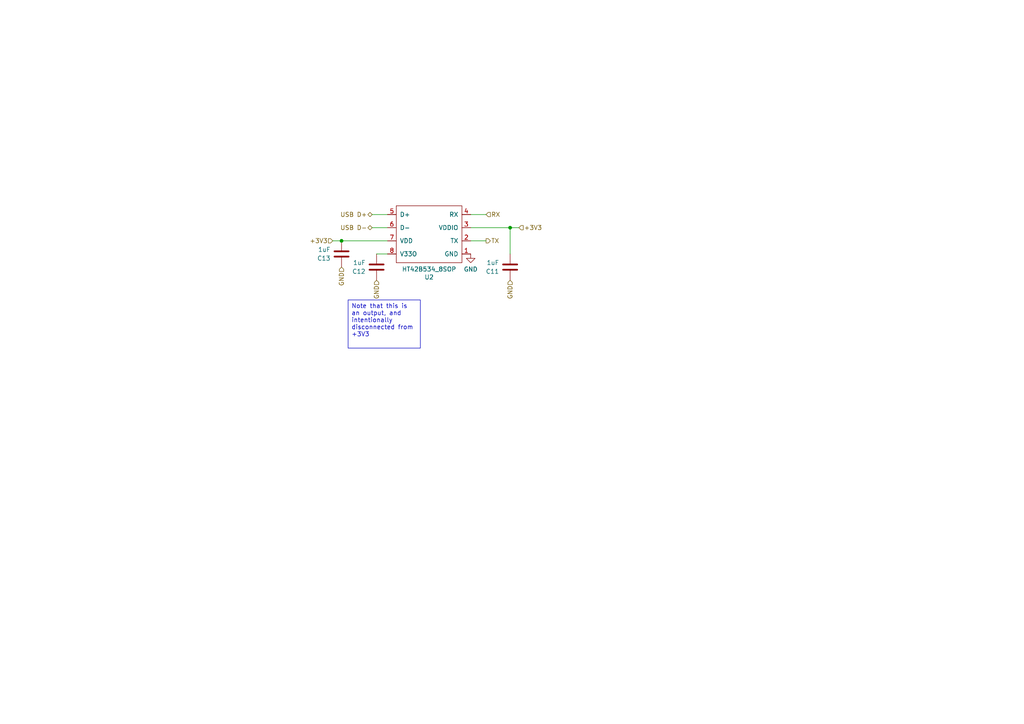
<source format=kicad_sch>
(kicad_sch (version 20230121) (generator eeschema)
  (paper "A4")
  (lib_symbols
    (symbol "Custom:HT42B534_8SOP" (pin_names (offset 1.016))
      (property "Reference" "U" (at -8.89 12.7 0))
      (property "Value" "HT42B534_8SOP" (at 3.81 12.7 0))
      (property "Product" "https://item.szlcsc.com/504007.html" (at 0 0 0))
      (symbol "HT42B534_8SOP_0_1"
        (rectangle (start -10.16 11.43) (end 8.89 -5.08))
      )
      (symbol "HT42B534_8SOP_1_1"
        (pin power_in line (at -12.7 8.89 0) (length 2.54) (name "GND") (number "1"))
        (pin output line (at -12.7 5.08 0) (length 2.54) (name "TX") (number "2"))
        (pin input line (at -12.7 1.27 0) (length 2.54) (name "VDDIO") (number "3"))
        (pin input line (at -12.7 -2.54 0) (length 2.54) (name "RX") (number "4"))
        (pin bidirectional line (at 11.43 -2.54 180) (length 2.54) (name "D+") (number "5"))
        (pin bidirectional line (at 11.43 1.27 180) (length 2.54) (name "D-") (number "6"))
        (pin power_in line (at 11.43 5.08 180) (length 2.54) (name "VDD") (number "7"))
        (pin power_out line (at 11.43 8.89 180) (length 2.54) (name "V33O") (number "8"))
      )
    )
    (symbol "Device:C" (pin_numbers hide) (pin_names (offset 0.254))
      (property "Reference" "C" (at 0.635 2.54 0))
      (property "Value" "C" (at 0.635 -2.54 0))
      (symbol "C_0_1"
        (polyline (pts (xy -2.032 -0.762) (xy 2.032 -0.762)) (stroke (width 0.508)))
        (polyline (pts (xy -2.032 0.762) (xy 2.032 0.762)) (stroke (width 0.508)))
      )
      (symbol "C_1_1"
        (pin passive line (at 0 3.81 270) (length 2.794) (name "~") (number "1"))
        (pin passive line (at 0 -3.81 90) (length 2.794) (name "~") (number "2"))
      )
    )
    (symbol "power:GND" (power) (pin_names (offset 0))
      (property "Value" "GND" (at 0 -3.81 0))
      (symbol "GND_0_1"
        (polyline (pts (xy 0 0) (xy 0 -1.27) (xy 1.27 -1.27) (xy 0 -2.54) (xy -1.27 -1.27) (xy 0 -1.27)))
      )
      (symbol "GND_1_1"
        (pin power_in line (at 0 0 270) (length 0) hide (name "GND") (number "1"))
      )
    )
  )
  (junction (at 147.955 66.04))
  (junction (at 99.06 69.85))
  (wire (pts (xy 99.06 69.85) (xy 112.395 69.85)))
  (wire (pts (xy 136.525 66.04) (xy 147.955 66.04)))
  (wire (pts (xy 109.22 73.66) (xy 112.395 73.66)))
  (wire (pts (xy 107.95 66.04) (xy 112.395 66.04)))
  (wire (pts (xy 96.52 69.85) (xy 99.06 69.85)))
  (wire (pts (xy 136.525 62.23) (xy 140.97 62.23)))
  (wire (pts (xy 136.525 69.85) (xy 140.97 69.85)))
  (wire (pts (xy 147.955 66.04) (xy 150.495 66.04)))
  (wire (pts (xy 147.955 66.04) (xy 147.955 73.66)))
  (wire (pts (xy 107.95 62.23) (xy 112.395 62.23)))
  (text_box "Note that this is an output, and intentionally disconnected from +3V3" (at 100.965 86.995 0) (size 20.955 13.97) (effects (font (size 1.27 1.27)) (justify left top)))
  (hierarchical_label "GND" (shape input) (at 147.955 81.28 270))
  (hierarchical_label "USB D-" (shape bidirectional) (at 107.95 66.04 180))
  (hierarchical_label "TX" (shape output) (at 140.97 69.85 0))
  (hierarchical_label "RX" (shape input) (at 140.97 62.23 0))
  (hierarchical_label "USB D+" (shape bidirectional) (at 107.95 62.23 180))
  (hierarchical_label "+3V3" (shape input) (at 150.495 66.04 0))
  (hierarchical_label "GND" (shape input) (at 109.22 81.28 270))
  (hierarchical_label "GND" (shape input) (at 99.06 77.47 270))
  (hierarchical_label "+3V3" (shape input) (at 96.52 69.85 180))
  (symbol (lib_id "Device:C") (at 147.955 77.47 0) (unit 1)
    (property "Reference" "C11" (at 144.78 78.74 0) (effects (justify right)))
    (property "Value" "1uF" (at 144.78 76.2 0) (effects (justify right)))
    (property "Footprint" "Capacitor_SMD:C_0603_1608Metric" (effects hide))
    (property "MFR" "CL10A105KB8NNNC" (effects hide))
    (property "LCSC" "C15849" (effects hide))
    (property "Description" "50V 1uF X5R ±10% 0603  Multilayer Ceramic Capacitors MLCC - SMD/SMT ROHS" (effects hide))
    (property "URL" "https://jlcpcb.com/partdetail/16531-CL10A105KB8NNNC/C15849" (effects hide))
    (instances (project "kiln_controller" (path "" (reference "C11") (unit 1))) (project "kicad_deps" (path "" (reference "C3_UU1") (unit 1))))
  )
  (symbol (lib_id "Device:C") (at 109.22 77.47 0) (unit 1)
    (property "Reference" "C12" (at 106.045 78.74 0) (effects (justify right)))
    (property "Value" "1uF" (at 106.045 76.2 0) (effects (justify right)))
    (property "Footprint" "Capacitor_SMD:C_0603_1608Metric" (effects hide))
    (property "MFR" "CL10A105KB8NNNC" (effects hide))
    (property "LCSC" "C15849" (effects hide))
    (property "Description" "50V 1uF X5R ±10% 0603  Multilayer Ceramic Capacitors MLCC - SMD/SMT ROHS" (effects hide))
    (property "URL" "https://jlcpcb.com/partdetail/16531-CL10A105KB8NNNC/C15849" (effects hide))
    (instances (project "kiln_controller" (path "" (reference "C12") (unit 1))) (project "kicad_deps" (path "" (reference "C2_UU1") (unit 1))))
  )
  (symbol (lib_id "Device:C") (at 99.06 73.66 0) (unit 1)
    (property "Reference" "C13" (at 95.885 74.93 0) (effects (justify right)))
    (property "Value" "1uF" (at 95.885 72.39 0) (effects (justify right)))
    (property "Footprint" "Capacitor_SMD:C_0603_1608Metric" (effects hide))
    (property "MFR" "CL10A105KB8NNNC" (effects hide))
    (property "LCSC" "C15849" (effects hide))
    (property "Description" "50V 1uF X5R ±10% 0603  Multilayer Ceramic Capacitors MLCC - SMD/SMT ROHS" (effects hide))
    (property "URL" "https://jlcpcb.com/partdetail/16531-CL10A105KB8NNNC/C15849" (effects hide))
    (instances (project "kiln_controller" (path "" (reference "C13") (unit 1))) (project "kicad_deps" (path "" (reference "C1_UU1") (unit 1))))
  )
  (symbol (lib_id "Custom:HT42B534_8SOP") (at 123.825 64.77 180) (unit 1)
    (property "Reference" "U2" (at 124.46 80.391 0))
    (property "Value" "HT42B534_8SOP" (at 124.46 78.0796 0))
    (property "Footprint" "Package_SO:SOP-8_3.9x4.9mm_P1.27mm" (effects hide))
    (property "Datasheet" "https://www.holtek.com/documents/10179/116711/HT42B534-xv110.pdf" (effects hide))
    (property "Product" "https://item.szlcsc.com/504007.html" (effects hide))
    (property "MFR" "HT42B534-2" (effects hide))
    (property "LCSC" "C493294" (effects hide))
    (property "Description" "3Mbps USB转UART UART SOP-8  USB ICs ROHS" (effects hide))
    (property "URL" "https://jlcpcb.com/partdetail/HoltekSemicon-HT42B5342/C493294" (effects hide))
    (instances (project "DIYS_Controller" (path "" (reference "U2") (unit 1))) (project "kiln_controller" (path "" (reference "U1") (unit 1))) (project "HT42B534USB2UART" (path "" (reference "U1") (unit 1))) (project "kicad_deps" (path "" (reference "U1_UU1") (unit 1))))
  )
  (symbol (lib_id "power:GND") (at 136.525 73.66 0) (unit 1)
    (property "Reference" "#PWR025" (effects hide))
    (property "Value" "GND" (at 136.525 78.105 0))
    (instances (project "kiln_controller" (path "" (reference "#PWR025") (unit 1))) (project "kicad_deps" (path "" (reference "#PWR027") (unit 1))))
  )
)
</source>
